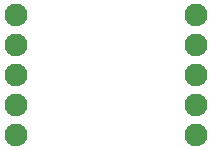
<source format=gbr>
G04 EAGLE Gerber RS-274X export*
G75*
%MOMM*%
%FSLAX34Y34*%
%LPD*%
%INBottom Copper*%
%IPPOS*%
%AMOC8*
5,1,8,0,0,1.08239X$1,22.5*%
G01*
%ADD10C,1.930400*%


D10*
X165100Y114300D03*
X165100Y88900D03*
X165100Y63500D03*
X165100Y38100D03*
X165100Y12700D03*
X12700Y114300D03*
X12700Y88900D03*
X12700Y63500D03*
X12700Y38100D03*
X12700Y12700D03*
M02*

</source>
